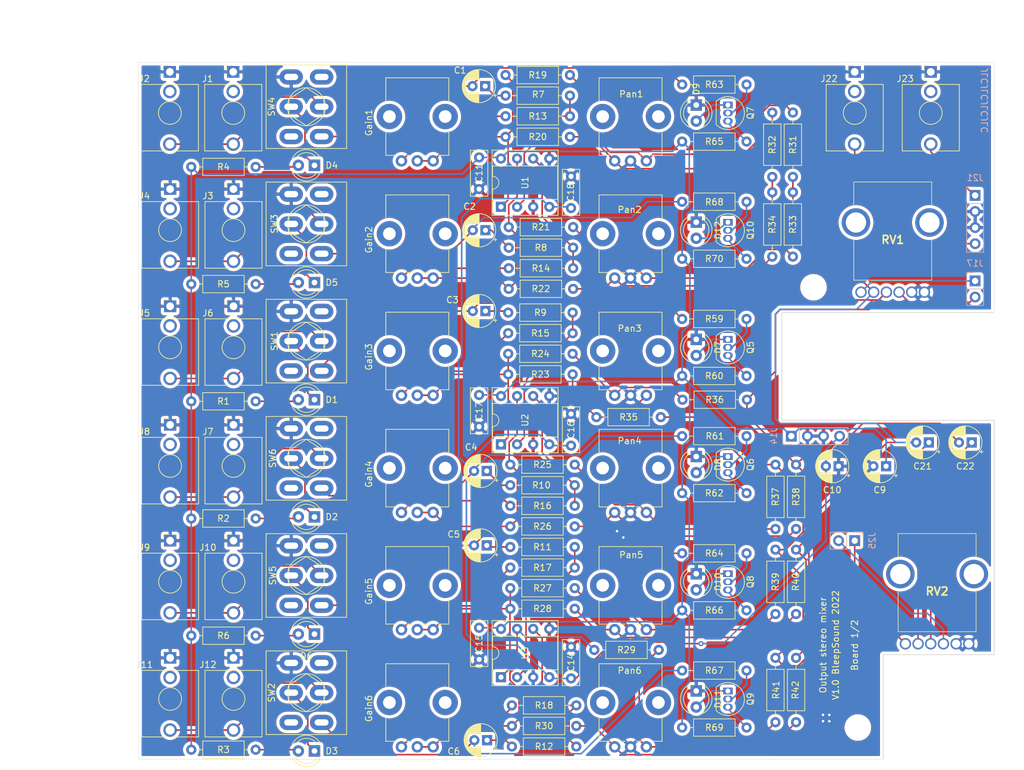
<source format=kicad_pcb>
(kicad_pcb (version 20211014) (generator pcbnew)
  (layers (0 "F.Cu" signal) (31 "B.Cu" signal) (34 "B.Paste" user) (35 "F.Paste" user) (36 "B.SilkS" user "B.Silkscreen") (37 "F.SilkS" user "F.Silkscreen") (38 "B.Mask" user) (39 "F.Mask" user) (44 "Edge.Cuts" user))
  (net 0 "")
  (net 1 "Net-(J1-PadT)")
  (net 2 "+12V")
  (net 3 "-12V")
  (net 4 "In1")
  (net 5 "/AmpL")
  (net 7 "In2")
  (net 8 "In3")
  (net 9 "/AmpR")
  (net 10 "In4")
  (net 11 "In5")
  (net 12 "In6")
  (net 14 "Net-(Gain1-Pad1)")
  (net 15 "Net-(Gain1-Pad3)")
  (net 16 "Net-(Gain2-Pad1)")
  (net 17 "Net-(Gain2-Pad3)")
  (net 18 "Net-(Gain3-Pad1)")
  (net 19 "Net-(Gain3-Pad3)")
  (net 20 "Net-(Gain4-Pad1)")
  (net 21 "Net-(Gain4-Pad3)")
  (net 22 "Net-(Gain5-Pad1)")
  (net 24 "Net-(Gain5-Pad3)")
  (net 25 "Net-(Gain6-Pad1)")
  (net 26 "Net-(Gain6-Pad3)")
  (net 27 "L")
  (net 28 "R")
  (net 29 "Net-(J11-PadT)")
  (net 30 "Net-(Pan1-Pad1)")
  (net 31 "Net-(Pan1-Pad3)")
  (net 32 "Net-(Pan2-Pad1)")
  (net 33 "Net-(Pan2-Pad3)")
  (net 34 "Net-(Pan3-Pad1)")
  (net 35 "Net-(Pan3-Pad3)")
  (net 36 "Net-(Pan4-Pad1)")
  (net 37 "Net-(Pan4-Pad3)")
  (net 38 "Net-(Pan5-Pad1)")
  (net 39 "Net-(Pan5-Pad3)")
  (net 40 "Net-(Pan6-Pad1)")
  (net 41 "Net-(Pan6-Pad3)")
  (net 42 "Net-(D1-Pad1)")
  (net 43 "Net-(D2-Pad1)")
  (net 44 "Net-(D3-Pad1)")
  (net 45 "Net-(D4-Pad1)")
  (net 46 "Net-(D5-Pad1)")
  (net 47 "Net-(D6-Pad1)")
  (net 48 "Net-(D7-Pad2)")
  (net 49 "/OutL")
  (net 50 "Net-(C1-Pad1)")
  (net 52 "Net-(C2-Pad1)")
  (net 53 "Net-(C3-Pad1)")
  (net 54 "Net-(C4-Pad1)")
  (net 55 "/OutR")
  (net 56 "Net-(D8-Pad2)")
  (net 57 "Net-(D9-Pad2)")
  (net 58 "Net-(D10-Pad2)")
  (net 59 "Net-(D1-Pad2)")
  (net 60 "Net-(D2-Pad2)")
  (net 61 "Net-(D3-Pad2)")
  (net 62 "Net-(D4-Pad2)")
  (net 63 "Net-(D5-Pad2)")
  (net 64 "Net-(D6-Pad2)")
  (net 65 "Net-(C5-Pad1)")
  (net 66 "Net-(Q5-Pad2)")
  (net 67 "Net-(Q5-Pad3)")
  (net 68 "Net-(Q7-Pad2)")
  (net 69 "Net-(Q7-Pad3)")
  (net 70 "Net-(Q8-Pad2)")
  (net 71 "Net-(Q8-Pad3)")
  (net 72 "Net-(Q9-Pad2)")
  (net 73 "Net-(Q9-Pad3)")
  (net 74 "Net-(Q10-Pad2)")
  (net 75 "Net-(Q10-Pad3)")
  (net 77 "/Headphones Amp/HeadAmpL")
  (net 78 "/Headphones Amp/HeadAmpR")
  (net 79 "Net-(D11-Pad2)")
  (net 80 "Net-(D12-Pad2)")
  (net 81 "Net-(C6-Pad1)")
  (net 82 "Net-(C21-Pad1)")
  (net 83 "Net-(C22-Pad1)")
  (net 88 "Net-(J3-PadT)")
  (net 90 "Net-(J5-PadT)")
  (net 91 "Net-(J7-PadT)")
  (net 93 "Net-(J10-PadT)")
  (net 96 "Net-(R11-Pad1)")
  (net 110 "GND")
  (net 111 "Net-(Q6-Pad2)")
  (net 112 "Net-(Q6-Pad3)")
  (net 113 "Net-(R13-Pad2)")
  (net 114 "Net-(R14-Pad2)")
  (net 115 "Net-(R15-Pad2)")
  (net 116 "Net-(R10-Pad1)")
  (net 117 "Net-(R12-Pad1)")
  (footprint "Synth:Pot-bourns-alpha" (layer "F.Cu") (at 95.1 48.85 90)
    (fp_text reference "Gain1")
    (fp_text value "500k")
  )
  (footprint "Capacitor_THT:C_Disc_D7.0mm_W2.5mm_P5.00mm" (layer "F.Cu") (at 116.85 125.55 -90)
    (fp_text reference "C14")
    (fp_text value "100nF")
  )
  (footprint "Resistor_THT:R_Axial_DIN0207_L6.3mm_D2.5mm_P10.16mm_Horizontal" (layer "F.Cu") (at 117.68 141.3 180)
    (fp_text reference "R12")
    (fp_text value "100k")
  )
  (footprint "Resistor_THT:R_Axial_DIN0207_L6.3mm_D2.5mm_P10.16mm_Horizontal" (layer "F.Cu") (at 151.85 41.22 -90)
    (fp_text reference "R31")
    (fp_text value "47k")
  )
  (footprint "Resistor_THT:R_Axial_DIN0207_L6.3mm_D2.5mm_P10.16mm_Horizontal" (layer "F.Cu") (at 148.6 53.8 -90)
    (fp_text reference "R34")
    (fp_text value "47k")
  )
  (footprint "Capacitor_THT:C_Disc_D7.0mm_W2.5mm_P5.00mm" (layer "F.Cu") (at 102.35 48.3 -90)
    (fp_text reference "C11")
    (fp_text value "100nF")
  )
  (footprint "Capacitor_THT:CP_Radial_D5.0mm_P2.00mm" (layer "F.Cu") (at 103.555112 97.8 180)
    (fp_text reference "C4")
    (fp_text value ".1µF")
  )
  (footprint "Synth:Thonkiconn" (layer "F.Cu") (at 53.6 108.8)
    (fp_text reference "J9")
    (fp_text value "In")
  )
  (footprint "Capacitor_THT:CP_Radial_D5.0mm_P2.00mm" (layer "F.Cu") (at 166.555113 97.05 180)
    (fp_text reference "C9")
    (fp_text value "10µ")
  )
  (footprint "Synth:SW_DPDT_Toggle" (layer "F.Cu") (at 75.1 77.3 90)
    (fp_text reference "SW1")
    (fp_text value "Mute")
  )
  (footprint "Capacitor_THT:CP_Radial_D5.0mm_P2.00mm" (layer "F.Cu") (at 103.6 140.3 180)
    (fp_text reference "C6")
    (fp_text value ".1µF")
  )
  (footprint "LED_THT:LED_D4.0mm" (layer "F.Cu") (at 136.6 58.525 -90)
    (fp_text reference "D12")
    (fp_text value "Signal")
  )
  (footprint "Resistor_THT:R_Axial_DIN0207_L6.3mm_D2.5mm_P10.16mm_Horizontal" (layer "F.Cu") (at 106.94 82.55)
    (fp_text reference "R23")
    (fp_text value "2k2")
  )
  (footprint "Resistor_THT:R_Axial_DIN0207_L6.3mm_D2.5mm_P10.16mm_Horizontal" (layer "F.Cu") (at 134.38 138.3)
    (fp_text reference "R69")
    (fp_text value "1k")
  )
  (footprint "Resistor_THT:R_Axial_DIN0207_L6.3mm_D2.5mm_P10.16mm_Horizontal" (layer "F.Cu") (at 134.38 64.3)
    (fp_text reference "R70")
    (fp_text value "1k")
  )
  (footprint "Synth:Pot-bourns-alpha" (layer "F.Cu") (at 128.74 104.35 90)
    (fp_text reference "Pan4")
    (fp_text value "50k")
  )
  (footprint "Synth:PTV1124420AA503" (layer "F.Cu") (at 164.6 69.575)
    (fp_text reference "RV1")
    (fp_text value "50k" hide)
  )
  (footprint "Capacitor_THT:CP_Radial_D5.0mm_P2.00mm" (layer "F.Cu") (at 159.055112 97.05 180)
    (fp_text reference "C10")
    (fp_text value "10µ")
  )
  (footprint "Resistor_THT:R_Axial_DIN0207_L6.3mm_D2.5mm_P10.16mm_Horizontal" (layer "F.Cu") (at 117.1 72.8 180)
    (fp_text reference "R9")
    (fp_text value "100k")
  )
  (footprint "Synth:Pot-bourns-alpha" (layer "F.Cu") (at 95.1 122.85 90)
    (fp_text reference "Gain5")
    (fp_text value "500k")
  )
  (footprint "Resistor_THT:R_Axial_DIN0207_L6.3mm_D2.5mm_P10.16mm_Horizontal" (layer "F.Cu") (at 117.43 109.8 180)
    (fp_text reference "R11")
    (fp_text value "100k")
  )
  (footprint "Capacitor_THT:CP_Radial_D5.0mm_P2.00mm" (layer "F.Cu") (at 103.555112 109.55 180)
    (fp_text reference "C5")
    (fp_text value ".1µF")
  )
  (footprint "Capacitor_THT:C_Disc_D7.0mm_W2.5mm_P5.00mm" (layer "F.Cu") (at 116.85 51.3 -90)
    (fp_text reference "C18")
    (fp_text value "100nF")
  )
  (footprint "Synth:Pot-bourns-alpha" (layer "F.Cu") (at 95.1 67.35 90)
    (fp_text reference "Gain2")
    (fp_text value "500k")
  )
  (footprint "Synth:Pot-bourns-alpha" (layer "F.Cu") (at 128.74 85.85 90)
    (fp_text reference "Pan3")
    (fp_text value "50k")
  )
  (footprint "Resistor_THT:R_Axial_DIN0207_L6.3mm_D2.5mm_P10.16mm_Horizontal" (layer "F.Cu") (at 117.68 138.05 180)
    (fp_text reference "R30")
    (fp_text value "2k2")
  )
  (footprint "MountingHole:MountingHole_3.2mm_M3" (layer "F.Cu") (at 162.1 138.3)
    (fp_text reference "H5" hide)
    (fp_text value "SpacerHoles")
  )
  (footprint "Resistor_THT:R_Axial_DIN0207_L6.3mm_D2.5mm_P10.16mm_Horizontal" (layer "F.Cu") (at 107.02 59.3)
    (fp_text reference "R21")
    (fp_text value "2k2")
  )
  (footprint "Synth:Thonkiconn" (layer "F.Cu") (at 63.6 53.3)
    (fp_text reference "J3")
    (fp_text value "In")
  )
  (footprint "Resistor_THT:R_Axial_DIN0207_L6.3mm_D2.5mm_P10.16mm_Horizontal" (layer "F.Cu") (at 134.38 129.3)
    (fp_text reference "R67")
    (fp_text value "100k")
  )
  (footprint "Synth:Thonkiconn" (layer "F.Cu") (at 63.6 108.8)
    (fp_text reference "J10")
    (fp_text value "In")
  )
  (footprint "Synth:Thonkiconn" (layer "F.Cu") (at 53.56 34.8)
    (fp_text reference "J2")
    (fp_text value "In")
  )
  (footprint "Capacitor_THT:CP_Radial_D5.0mm_P2.00mm" (layer "F.Cu") (at 103.35 59.8 180)
    (fp_text reference "C2")
    (fp_text value ".1µF")
  )
  (footprint "Synth:SW_DPDT_Toggle" (layer "F.Cu") (at 75.1 114.3 90)
    (fp_text reference "SW5")
    (fp_text value "Mute")
  )
  (footprint "Synth:Thonkiconn" (layer "F.Cu") (at 53.6 127.3)
    (fp_text reference "J11")
    (fp_text value "In")
  )
  (footprint "Resistor_THT:R_Axial_DIN0207_L6.3mm_D2.5mm_P10.16mm_Horizontal" (layer "F.Cu") (at 152.35 127.3 -90)
    (fp_text reference "R42")
    (fp_text value "47k")
  )
  (footprint "Package_TO_SOT_THT:TO-92_Inline" (layer "F.Cu") (at 141.6 40.03 -90)
    (fp_text reference "Q7")
    (fp_text value "2N3904")
  )
  (footprint "Package_TO_SOT_THT:TO-92_Inline" (layer "F.Cu") (at 141.6 95.53 -90)
    (fp_text reference "Q6")
    (fp_text value "2N3904")
  )
  (footprint "Resistor_THT:R_Axial_DIN0207_L6.3mm_D2.5mm_P10.16mm_Horizontal" (layer "F.Cu") (at 134.38 45.8)
    (fp_text reference "R65")
    (fp_text value "1k")
  )
  (footprint "Synth:Thonkiconn" (layer "F.Cu") (at 63.6 71.8)
    (fp_text reference "J6")
    (fp_text value "In")
  )
  (footprint "Resistor_THT:R_Axial_DIN0207_L6.3mm_D2.5mm_P10.16mm_Horizontal" (layer "F.Cu") (at 151.85 63.96 90)
    (fp_text reference "R33")
    (fp_text value "47k")
  )
  (footprint "LED_THT:LED_D4.0mm" (layer "F.Cu") (at 136.6 132.525 -90)
    (fp_text reference "D11")
    (fp_text value "Signal")
  )
  (footprint "Resistor_THT:R_Axial_DIN0207_L6.3mm_D2.5mm_P10.16mm_Horizontal" (layer "F.Cu") (at 134.38 119.8)
    (fp_text reference "R66")
    (fp_text value "1k")
  )
  (footprint "Synth:SW_DPDT_Toggle" (layer "F.Cu") (at 75.1 40.3 90)
    (fp_text reference "SW4")
    (fp_text value "Mute")
  )
  (footprint "Resistor_THT:R_Axial_DIN0207_L6.3mm_D2.5mm_P10.16mm_Horizontal" (layer "F.Cu") (at 134.38 110.8)
    (fp_text reference "R64")
    (fp_text value "100k")
  )
  (footprint "LED_THT:LED_D4.0mm" (layer "F.Cu") (at 136.6 114.025 -90)
    (fp_text reference "D10")
    (fp_text value "Signal")
  )
  (footprint "Resistor_THT:R_Axial_DIN0207_L6.3mm_D2.5mm_P10.16mm_Horizontal" (layer "F.Cu") (at 148.6 51.38 90)
    (fp_text reference "R32")
    (fp_text value "47k")
  )
  (footprint "Resistor_THT:R_Axial_DIN0207_L6.3mm_D2.5mm_P10.16mm_Horizontal" (layer "F.Cu") (at 134.38 82.8)
    (fp_text reference "R60")
    (fp_text value "1k")
  )
  (footprint "Synth:Thonkiconn" (layer "F.Cu") (at 53.6 53.3)
    (fp_text reference "J4")
    (fp_text value "In")
  )
  (footprint "Package_DIP:DIP-8_W7.62mm_Socket" (layer "F.Cu") (at 105.8 130.35 90)
    (fp_text reference "U3")
    (fp_text value "TL072")
  )
  (footprint "Capacitor_THT:CP_Radial_D5.0mm_P2.00mm" (layer "F.Cu") (at 180.055113 93.3 180)
    (fp_text reference "C22")
    (fp_text value "1µF")
  )
  (footprint "Synth:Pot-bourns-alpha" (layer "F.Cu") (at 95.1 85.85 90)
    (fp_text reference "Gain3")
    (fp_text value "500k")
  )
  (footprint "Synth:Thonkiconn" (layer "F.Cu") (at 53.6 90.52)
    (fp_text reference "J8")
    (fp_text value "In")
  )
  (footprint "Resistor_THT:R_Axial_DIN0207_L6.3mm_D2.5mm_P10.16mm_Horizontal" (layer "F.Cu") (at 134.38 55.3)
    (fp_text reference "R68")
    (fp_text value "100k")
  )
  (footprint "Resistor_THT:R_Axial_DIN0207_L6.3mm_D2.5mm_P10.16mm_Horizontal" (layer "F.Cu") (at 116.68 38.55 180)
    (fp_text reference "R7")
    (fp_text value "100k")
  )
  (footprint "Resistor_THT:R_Axial_DIN0207_L6.3mm_D2.5mm_P10.16mm_Horizontal" (layer "F.Cu") (at 56.94 68.3)
    (fp_text reference "R5")
    (fp_text value "2.2k")
  )
  (footprint "Synth:Thonkiconn" (layer "F.Cu") (at 173.6 34.8)
    (fp_text reference "J23")
    (fp_text value "OutR")
  )
  (footprint "Synth:PTV1124420AA503" (layer "F.Cu") (at 171.6 125.075)
    (fp_text reference "RV2")
    (fp_text value "50k" hide)
  )
  (footprint "Synth:Pot-bourns-alpha" (layer "F.Cu") (at 95.1 104.35 90)
    (fp_text reference "Gain4")
    (fp_text value "500k")
  )
  (footprint "Resistor_THT:R_Axial_DIN0207_L6.3mm_D2.5mm_P10.16mm_Horizontal" (layer "F.Cu") (at 134.38 73.8)
    (fp_text reference "R59")
    (fp_text value "100k")
  )
  (footprint "Resistor_THT:R_Axial_DIN0207_L6.3mm_D2.5mm_P10.16mm_Horizontal" (layer "F.Cu") (at 144.6 86.55 180)
    (fp_text reference "R36")
    (fp_text value "47k")
  )
  (footprint "Synth:Thonkiconn" (layer "F.Cu") (at 53.6 71.8)
    (fp_text reference "J5")
    (fp_text value "In")
  )
  (footprint "Resistor_THT:R_Axial_DIN0207_L6.3mm_D2.5mm_P10.16mm_Horizontal" (layer "F.Cu") (at 120.85 89.3)
    (fp_text reference "R35")
    (fp_text value "47k")
  )
  (footprint "Capacitor_THT:C_Disc_D7.0mm_W2.5mm_P5.00mm" (layer "F.Cu") (at 102.35 122.55 -90)
    (fp_text reference "C15")
    (fp_text value "100nF")
  )
  (footprint "Synth:Thonkiconn" (layer "F.Cu") (at 63.56 34.8)
    (fp_text reference "J1")
    (fp_text value "In")
  )
  (footprint "Resistor_THT:R_Axial_DIN0207_L6.3mm_D2.5mm_P10.16mm_Horizontal" (layer "F.Cu") (at 152.35 96.8 -90)
    (fp_text reference "R38")
    (fp_text value "47k")
  )
  (footprint "Resistor_THT:R_Axial_DIN0207_L6.3mm_D2.5mm_P10.16mm_Horizontal" (layer "F.Cu") (at 107.27 113.05)
    (fp_text reference "R17")
    (fp_text value "10k")
  )
  (footprint "Resistor_THT:R_Axial_DIN0207_L6.3mm_D2.5mm_P10.16mm_Horizontal" (layer "F.Cu") (at 117.43 119.55 180)
    (fp_text reference "R28")
    (fp_text value "2k2")
  )
  (footprint "Resistor_THT:R_Axial_DIN0207_L6.3mm_D2.5mm_P10.16mm_Horizontal" (layer "F.Cu") (at 107.02 65.8)
    (fp_text reference "R14")
    (fp_text value "10k")
  )
  (footprint "Synth:Pot-bourns-alpha" (layer "F.Cu") (at 128.74 122.85 90)
    (fp_text reference "Pan5")
    (fp_text value "50k")
  )
  (footprint "Resistor_THT:R_Axial_DIN0207_L6.3mm_D2.5mm_P10.16mm_Horizontal" (layer "F.Cu") (at 152.35 110.22 -90)
    (fp_text reference "R40")
    (fp_text value "47k")
  )
  (footprint "Capacitor_THT:CP_Radial_D5.0mm_P2.00mm" (layer "F.Cu") (at 103.305113 37.05 180)
    (fp_text reference "C1")
    (fp_text value ".1µF")
  )
  (footprint "Resistor_THT:R_Axial_DIN0207_L6.3mm_D2.5mm_P10.16mm_Horizontal" (layer "F.Cu") (at 106.94 76.05)
    (fp_text reference "R15")
    (fp_text value "10k")
  )
  (footprint "Capacitor_THT:CP_Radial_D5.0mm_P2.00mm" (layer "F.Cu") (at 103.35 72.55 180)
    (fp_text reference "C3")
    (fp_text value ".1µF")
  )
  (footprint "LED_THT:LED_D4.0mm" (layer "F.Cu") (at 76.375 49.55 180)
    (fp_text reference "D4")
    (fp_text value "LED-mute")
  )
  (footprint "Resistor_THT:R_Axial_DIN0207_L6.3mm_D2.5mm_P10.16mm_Horizontal" (layer "F.Cu") (at 107.27 116.3)
    (fp_text reference "R27")
    (fp_text value "2k2")
  )
  (footprint "Capacitor_THT:CP_Radial_D5.0mm_P2.00mm" (layer "F.Cu") (at 173.305113 93.3 180)
    (fp_text reference "C21")
    (fp_text value "1µF")
  )
  (footprint "Resistor_THT:R_Axial_DIN0207_L6.3mm_D2.5mm_P10.16mm_Horizontal" (layer "F.Cu") (at 149.1 120.38 90)
    (fp_text reference "R39")
    (fp_text value "47k")
  )
  (footprint "Resistor_THT:R_Axial_DIN0207_L6.3mm_D2.5mm_P10.16mm_Horizontal" (layer "F.Cu") (at 120.52 126.05)
    (fp_text reference "R29")
    (fp_text value "2k2")
  )
  (footprint "Resistor_THT:R_Axial_DIN0207_L6.3mm_D2.5mm_P10.16mm_Horizontal" (layer "F.Cu") (at 107.52 134.8)
    (fp_text reference "R18")
    (fp_text value "10k")
  )
  (footprint "Synth:Thonkiconn" (layer "F.Cu") (at 63.6 90.52)
    (fp_text reference "J7")
    (fp_text value "In")
  )
  (footprint "Resistor_THT:R_Axial_DIN0207_L6.3mm_D2.5mm_P10.16mm_Horizontal" (layer "F.Cu") (at 107.27 103.3)
    (fp_text reference "R16")
    (fp_text value "10k")
  )
  (footprint "Synth:Pot-bourns-alpha" (layer "F.Cu") (at 128.74 67.35 90)
    (fp_text reference "Pan2")
    (fp_text value "50k")
  )
  (footprint "Synth:Pot-bourns-alpha" (layer "F.Cu") (at 95.1 141.35 90)
    (fp_text reference "Gain6")
    (fp_text value "500k")
  )
  (footprint "LED_THT:LED_D4.0mm" (layer "F.Cu") (at 76.375 123.55 180)
    (fp_text reference "D6")
    (fp_text value "LED-mute")
  )
  (footprint "Resistor_THT:R_Axial_DIN0207_L6.3mm_D2.5mm_P10.16mm_Horizontal" (layer "F.Cu") (at 117.43 106.55 180)
    (fp_text reference "R26")
    (fp_text value "2k2")
  )
  (footprint "Resistor_THT:R_Axial_DIN0207_L6.3mm_D2.5mm_P10.16mm_Horizontal" (layer "F.Cu") (at 56.94 105.3)
    (fp_text reference "R2")
    (fp_text value "2.2k")
  )
  (footprint "Resistor_THT:R_Axial_DIN0207_L6.3mm_D2.5mm_P10.16mm_Horizontal" (layer "F.Cu") (at 117.1 79.3 180)
    (fp_text reference "R24")
    (fp_text value "2k2")
  )
  (footprint "Capacitor_THT:C_Disc_D7.0mm_W2.5mm_P5.00mm" (layer "F.Cu") (at 102.35 85.8 -90)
    (fp_text reference "C17")
    (fp_text value "100nF")
  )
  (footprint "MountingHole:MountingHole_3.2mm_M3" (layer "F.Cu") (at 155.1 68.8)
    (fp_text reference "H7" hide)
    (fp_text value "SpacerHoles")
  )
  (footprint "LED_THT:LED_D4.0mm" (layer "F.Cu") (at 76.375 105.05 180)
    (fp_text reference "D2")
    (fp_text value "LED-mute")
  )
  (footprint "Resistor_THT:R_Axial_DIN0207_L6.3mm_D2.5mm_P10.16mm_Horizontal" (layer "F.Cu") (at 117.43 100.05 180)
    (fp_text reference "R10")
    (fp_text value "100k")
  )
  (footprint "LED_THT:LED_D4.0mm" (layer "F.Cu") (at 76.375 86.55 180)
    (fp_text reference "D1")
    (fp_text value "LED-mute")
  )
  (footprint "Resistor_THT:R_Axial_DIN0207_L6.3mm_D2.5mm_P10.16mm_Horizontal" (layer "F.Cu") (at 56.94 123.8)
    (fp_text reference "R6")
    (fp_text value "2.2k")
  )
  (footprint "Package_TO_SOT_THT:TO-92_Inline" (layer "F.Cu") (at 141.6 132.53 -90)
    (fp_text reference "Q9")
    (fp_text value "2N3904")
  )
  (footprint "Resistor_THT:R_Axial_DIN0207_L6.3mm_D2.5mm_P10.16mm_Horizontal" (layer "F.Cu") (at 106.52 35.3)
    (fp_text reference "R19")
    (fp_text value "2k2")
  )
  (footprint "Resistor_THT:R_Axial_DIN0207_L6.3mm_D2.5mm_P10.16mm_Horizontal" (layer "F.Cu") (at 106.52 41.8)
    (fp_text reference "R13")
    (fp_text value "10k")
  )
  (footprint "LED_THT:LED_D4.0mm" (layer "F.Cu") (at 136.6 77.025 -90)
    (fp_text reference "D7")
    (fp_text value "Signal")
  )
  (footprint "Synth:Thonkiconn" (layer "F.Cu") (at 63.6 127.3)
    (fp_text reference "J12")
    (fp_text value "In")
  )
  (footprint "Synth:SW_DPDT_Toggle" (layer "F.Cu") (at 75.1 95.8 90)
    (fp_text reference "SW6")
    (fp_text value "Mute")
  )
  (footprint "Package_DIP:DIP-8_W7.62mm_Socket" (layer "F.Cu") (at 105.8 93.6 90)
    (fp_text reference "U2")
    (fp_text value "TL072")
  )
  (footprint "LED_THT:LED_D4.0mm" (layer "F.Cu") (at 136.6 40.03 -90)
    (fp_text reference "D9")
    (fp_text value "Signal")
  )
  (footprint "Synth:SW_DPDT_Toggle" (layer "F.Cu") (at 75.1 58.8 90)
    (fp_text reference "SW3")
    (fp_text value "Mute")
  )
  (footprint "Resistor_THT:R_Axial_DIN0207_L6.3mm_D2.5mm_P10.16mm_Horizontal" (layer "F.Cu") (at 56.94 141.8)
    (fp_text reference "R3")
    (fp_text value "2.2k")
  )
  (footprint "Resistor_THT:R_Axial_DIN0207_L6.3mm_D2.5mm_P10.16mm_Horizontal" (layer "F.Cu") (at 134.38 101.3)
    (fp_text reference "R62")
    (fp_text value "1k")
  )
  (footprint "Resistor_THT:R_Axial_DIN0207_L6.3mm_D2.5mm_P10.16mm_Horizontal" (layer "F.Cu") (at 117.18 62.55 180)
    (fp_text reference "R8")
    (fp_text value "100k")
  )
  (footprint "Synth:SW_DPDT_Toggle" (layer "F.Cu") (at 75.1 132.8 90)
    (fp_text reference "SW2")
    (fp_text value "Mute")
  )
  (footprint "Resistor_THT:R_Axial_DIN0207_L6.3mm_D2.5mm_P10.16mm_Horizontal" (layer "F.Cu") (at 117.18 69.05 180)
    (fp_text reference "R22")
    (fp_text value "2k2")
  )
  (footprint "Resistor_THT:R_Axial_DIN0207_L6.3mm_D2.5mm_P10.16mm_Horizontal" (layer "F.Cu") (at 56.94 49.8)
    (fp_text reference "R4")
    (fp_text value "2.2k")
  )
  (footprint "Resistor_THT:R_Axial_DIN0207_L6.3mm_D2.5mm_P10.16mm_Horizontal" (layer "F.Cu") (at 134.38 36.8)
    (fp_text reference "R63")
    (fp_text value "100k")
  )
  (footprint "Resistor_THT:R_Axial_DIN0207_L6.3mm_D2.5mm_P10.16mm_Horizontal" (layer "F.Cu") (at 149.1 106.96 90)
    (fp_text reference "R37")
    (fp_text value "47k")
  )
  (footprint "Package_TO_SOT_THT:TO-92_Inline" (layer "F.Cu") (at 141.6 77.03 -90)
    (fp_text reference "Q5")
    (fp_text value "2N3904")
  )
  (footprint "Synth:Pot-bourns-alpha" (layer "F.Cu") (at 128.74 48.85 90)
    (fp_text reference "Pan1")
    (fp_text value "50k")
  )
  (footprint "LED_THT:LED_D4.0mm" (layer "F.Cu") (at 76.375 142 180)
    (fp_text reference "D3")
    (fp_text value "LED-mute")
  )
  (footprint "Capacitor_THT:C_Disc_D7.0mm_W2.5mm_P5.00mm" (layer "F.Cu") (at 116.85 88.8 -90)
    (fp_text reference "C16")
    (fp_text value "100nF")
  )
  (footprint "Resistor_THT:R_Axial_DIN0207_L6.3mm_D2.5mm_P10.16mm_Horizontal" (layer "F.Cu") (at 116.68 45.05 180)
    (fp_text reference "R20")
    (fp_text value "2k2")
  )
  (footprint "Resistor_THT:R_Axial_DIN0207_L6.3mm_D2.5mm_P10.16mm_Horizontal" (layer "F.Cu") (at 56.94 86.8)
    (fp_text reference "R1")
    (fp_text value "2.2k")
  )
  (footprint "LED_THT:LED_D4.0mm" (layer "F.Cu") (at 76.375 68.05 180)
    (fp_text reference "D5")
    (fp_text value "LED-mute")
  )
  (footprint "Synth:Thonkiconn" (layer "F.Cu") (at 161.6 34.8)
    (fp_text reference "J22")
    (fp_text value "OutL")
  )
  (footprint "Synth:Pot-bourns-alpha" (layer "F.Cu") (at 128.74 141.35 90)
    (fp_text reference "Pan6")
    (fp_text value "50k")
  )
  (footprint "Resistor_THT:R_Axial_DIN0207_L6.3mm_D2.5mm_P10.16mm_Horizontal" (layer "F.Cu") (at 107.27 96.8)
    (fp_text reference "R25")
    (fp_text value "2k2")
  )
  (footprint "Resistor_THT:R_Axial_DIN0207_L6.3mm_D2.5mm_P10.16mm_Horizontal" (layer "F.Cu") (at 149.1 137.46 90)
    (fp_text reference "R41")
    (fp_text value "47k")
  )
  (footprint "Resistor_THT:R_Axial_DIN0207_L6.3mm_D2.5mm_P10.16mm_Horizontal" (layer "F.Cu") (at 134.38 92.3)
    (fp_text reference "R61")
    (fp_text value "100k")
  )
  (footprint "Package_TO_SOT_THT:TO-92_Inline" (layer "F.Cu") (at 141.6 58.53 -90)
    (fp_text reference "Q10")
    (fp_text value "2N3904")
  )
  (footprint "Package_TO_SOT_THT:TO-92_Inline" (layer "F.Cu") (at 141.6 114.03 -90)
    (fp_text reference "Q8")
    (fp_text value "2N3904")
  )
  (footprint "Package_DIP:DIP-8_W7.62mm_Socket" (layer "F.Cu") (at 105.8 56.1 90)
    (fp_text reference "U1")
    (fp_text value "TL072")
  )
  (footprint "LED_THT:LED_D4.0mm" (layer "F.Cu") (at 136.6 95.525 -90)
    (fp_text reference "D8")
    (fp_text value "Signal")
  )
  (footprint "Connector_PinSocket_2.54mm:PinSocket_1x02_P2.54mm_Vertical" (layer "B.Cu") (at 180.6 67.8 180)
    (fp_text reference "J17")
    (fp_text value "Conn_01x02_Female")
  )
  (footprint "Connector_PinSocket_2.54mm:PinSocket_1x04_P2.54mm_Vertical" (layer "B.Cu") (at 180.6 54.3 180)
    (fp_text reference "J21")
    (fp_text value "Jack 3.5 Out")
  )
  (footprint "Connector_PinSocket_2.54mm:PinSocket_1x04_P2.54mm_Vertical" (layer "B.Cu") (at 151.6 92.3 -90)
    (fp_text reference "J14")
    (fp_text value "Conn_01x04_Female")
  )
  (footprint "Connector_PinSocket_2.54mm:PinSocket_1x02_P2.54mm_Vertical" (layer "B.Cu") (at 161.6 108.8 90)
    (fp_text reference "J25")
    (fp_text value "Conn_01x02_Female")
  )
  (gr_line (start 183.6 33.3) (end 183.6 72.8) (layer "Edge.Cuts") (width 0.05))
  (gr_line (start 48.6 33.3) (end 48.6 143.3) (layer "Edge.Cuts") (width 0.05))
  (gr_line (start 48.6 33.3) (end 183.6 33.3) (layer "Edge.Cuts") (width 0.05))
  (gr_line (start 150.1 89.8) (end 150.1 72.8) (layer "Edge.Cuts") (width 0.1))
  (gr_line (start 183.6 89.8) (end 150.1 89.8) (layer "Edge.Cuts") (width 0.1))
  (gr_line (start 183.6 89.8) (end 183.6 126.8) (layer "Edge.Cuts") (width 0.1))
  (gr_line (start 150.1 72.8) (end 183.6 72.8) (layer "Edge.Cuts") (width 0.1))
  (gr_line (start 48.6 143.3) (end 166.1 143.3) (layer "Edge.Cuts") (width 0.05))
  (gr_line (start 183.6 126.8) (end 166.1 126.8) (layer "Edge.Cuts") (width 0.1))
  (gr_line (start 166.1 126.8) (end 166.1 143.3) (layer "Edge.Cuts") (width 0.1))
  (gr_text "JLCJLCJLCJLC\n" (at 182.1 39.3 90) (layer "B.SilkS") (effects (font (size 1 1)) (justify mirror)))
  (gr_text "Board 1/2" (at 161.6 125.3 90) (layer "F.SilkS") (effects (font (size 1 1))))
  (gr_text "Output stereo mixer" (at 156.6 125.3 90) (layer "F.SilkS") (effects (font (size 1 1))))
  (gr_text "V1.0 BleepSound 2022\n" (at 158.6 125.3 90) (layer "F.SilkS") (effects (font (size 1 1))))
  (segment (start 70.98452 38.77548) (end 75.97548 38.77548) (width 0.25) (layer "F.Cu") (net 1))
  (segment (start 53.56 46.2) (end 63.56 46.2) (width 0.25) (layer "F.Cu") (net 1))
  (segment (start 63.56 46.2) (end 70.98452 38.77548) (width 0.25) (layer "F.Cu") (net 1))
  (segment (start 75.97548 38.77548) (end 77.5 40.3) (width 0.25) (layer "F.Cu") (net 1))
  (segment (start 135.504511 120.924511) (end 135.504511 131.145489) (width 0.25) (layer "B.Cu") (net 2))
  (segment (start 105.8 48.48) (end 106.924511 47.355489) (width 0.25) (layer "B.Cu") (net 2))
  (segment (start 135.6 74.6703) (end 135.6 65.52) (width 0.25) (layer "B.Cu") (net 2))
  (segment (start 134.38 93.8903) (end 135.564511 92.705789) (width 0.25) (layer "B.Cu") (net 2))
  (segment (start 102.35 48.3) (end 105.62 48.3) (width 0.25) (layer "B.Cu") (net 2))
  (segment (start 106.924511 121.605489) (end 132.574511 121.605489) (width 0.25) (layer "B.Cu") (net 2))
  (segment (start 135.504511 55.765789) (end 135.504511 46.924511) (width 0.25) (layer "B.Cu") (net 2))
  (segment (start 134.38 101.3) (end 134.38 93.8903) (width 0.25) (layer "B.Cu") (net 2))
  (segment (start 135.504511 131.145489) (end 134.38 132.27) (width 0.25) (layer "B.Cu") (net 2))
  (segment (start 56.94 141.8) (end 56.94 123.8) (width 0.25) (layer "B.Cu") (net 2))
  (segment (start 134.38 82.8) (end 133.505489 83.674511) (width 0.25) (layer "B.Cu") (net 2))
  (segment (start 56.94 68.3) (end 56.94 49.8) (width 0.25) (layer "B.Cu") (net 2))
  (segment (start 134.38 75.8903) (end 135.6 74.6703) (width 0.25) (layer "B.Cu") (net 2))
  (segment (start 135.504511 102.424511) (end 134.38 101.3) (width 0.25) (layer "B.Cu") (net 2))
  (segment (start 134.38 132.27) (end 134.38 138.3) (width 0.25) (layer "B.Cu") (net 2))
  (segment (start 142.755489 91.175489) (end 135.564511 83.984511) (width 0.25) (layer "B.Cu") (net 2))
  (segment (start 99.725489 50.924511) (end 58.064511 50.924511) (width 0.25) (layer "B.Cu") (net 2))
  (segment (start 135.564511 83.984511) (end 134.38 82.8) (width 0.25) (layer "B.Cu") (net 2))
  (segment (start 134.38 82.8) (end 134.38 75.8903) (width 0.25) (layer "B.Cu") (net 2))
  (segment (start 56.94 68.3) (end 56.94 86.8) (width 0.25) (layer "B.Cu") (net 2))
  (segment (start 135.504511 46.924511) (end 134.38 45.8) (width 0.25) (layer "B.Cu") (net 2))
  (segment (start 164.786499 91.125489) (end 152.799511 91.125489) (width 0.25) (layer "B.Cu") (net 2))
  (segment (start 166.555113 92.894103) (end 164.786499 91.125489) (width 0.25) (layer "B.Cu") (net 2))
  (segment (start 106.924511 47.355489) (end 132.824511 47.355489) (width 0.25) (layer "B.Cu") (net 2))
  (segment (start 58.064511 50.924511) (end 56.94 49.8) (width 0.25) (layer "B.Cu") (net 2))
  (segment (start 56.94 105.3) (end 56.94 123.8) (width 0.25) (layer "B.Cu") (net 2))
  (segment (start 132.824511 47.355489) (end 134.38 45.8) (width 0.25) (layer "B.Cu") (net 2))
  (segment (start 152.799511 91.125489) (end 151.6 92.325) (width 0.25) (layer "B.Cu") (net 2))
  (segment (start 56.94 86.8) (end 56.94 105.3) (width 0.25) (layer "B.Cu") (net 2))
  (segment (start 134.38 56.8903) (end 135.504511 55.765789) (width 0.25) (layer "B.Cu") (net 2))
  (segment (start 133.505489 83.674511) (end 108.105489 83.674511) (width 0.25) (layer "B.Cu") (net 2))
  (segment (start 134.38 112.3903) (end 135.504511 111.265789) (width 0.25) (layer "B.Cu") (net 2))
  (segment (start 102.35 122.55) (end 105.62 122.55) (width 0.25) (layer "B.Cu") (net 2))
  (segment (start 105.62 122.55) (end 105.8 122.73) (width 0.25) (layer "B.Cu") (net 2))
  (segment (start 134.38 119.8) (end 134.38 112.3903) (width 0.25) (layer "B.Cu") (net 2))
  (segment (start 105.62 48.3) (end 105.8 48.48) (width 0.25) (layer "B.Cu") (net 2))
  (segment (start 151.6 92.325) (end 150.450489 91.175489) (width 0.25) (layer "B.Cu") (net 2))
  (segment (start 150.450489 91.175489) (end 142.755489 91.175489) (width 0.25) (layer "B.Cu") (net 2))
  (segment (start 134.38 64.3) (end 134.38 56.8903) (width 0.25) (layer "B.Cu") (net 2))
  (segment (start 105.62 85.8) (end 105.8 85.98) (width 0.25) (layer "B.Cu") (net 2))
  (segment (start 105.8 122.73) (end 106.924511 121.605489) (width 0.25) (layer "B.Cu") (net 2))
  (segment (start 108.105489 83.674511) (end 105.8 85.98) (width 0.25) (layer "B.Cu") (net 2))
  (segment (start 102.35 85.8) (end 105.62 85.8) (width 0.25) (layer "B.Cu") (net 2))
  (segment (start 134.38 119.8) (end 135.504511 120.924511) (width 0.25) (layer "B.Cu") (net 2))
  (segment (start 166.555113 97.05) (end 166.555113 92.894103) (width 0.25) (layer "B.Cu") (net 2))
  (segment (start 135.6 65.52) (end 134.38 64.3) (width 0.25) (layer "B.Cu") (net 2))
  (segment (start 132.574511 121.605489) (end 134.38 119.8) (width 0.25) (layer "B.Cu") (net 2))
  (segment (start 135.504511 111.265789) (end 135.504511 102.424511) (width 0.25) (layer "B.Cu") (net 2))
  (segment (start 102.35 48.3) (end 99.725489 50.924511) (width 0.25) (layer "B.Cu") (net 2))
  (segment (start 135.564511 92.705789) (end 135.564511 83.984511) (width 0.25) (layer "B.Cu") (net 2))
  (segment (start 132.1 125.05) (end 131.85 124.8) (width 0.25) (layer "F.Cu") (net 3))
  (segment (start 131.85 124.8) (end 123.3603 124.8) (width 0.25) (layer "F.Cu") (net 3))
  (segment (start 123.3603 124.8) (end 117.6103 130.55) (width 0.25) (layer "F.Cu") (net 3))
  (segment (start 137.35 125.05) (end 132.1 125.05) (width 0.25) (layer "F.Cu") (net 3))
  (segment (start 117.6103 130.55) (end 116.85 130.55) (width 0.25) (layer "F.Cu") (net 3))
  (via (at 137.35 125.05) (size 0.8) (drill 0.4) (layers "F.Cu" "B.Cu") (net 3))
  (segment (start 116.65 56.1) (end 116.85 56.3) (width 0.25) (layer "B.Cu") (net 3))
  (segment (start 157.055112 94.464888) (end 157.055112 97.05) (width 0.25) (layer "B.Cu") (net 3))
  (segment (start 113.42 130.35) (end 108.37 125.3) (width 0.25) (layer "B.Cu") (net 3))
  (segment (start 157.055112 97.05) (end 157.055112 108.875188) (width 0.25) (layer "B.Cu") (net 3))
  (segment (start 102.6 54.8) (end 112.12 54.8) (width 0.25) (layer "B.Cu") (net 3))
  (segment (start 102.1 125.3) (end 100.35 123.55) (width 0.25) (layer "B.Cu") (net 3))
  (segment (start 113.62 93.8) (end 113.42 93.6) (width 0.25) (layer "B.Cu") (net 3))
  (segment (start 108.37 125.3) (end 102.1 125.3) (width 0.25) (layer "B.Cu") (net 3))
  (segment (start 113.62 130.55) (end 113.42 130.35) (width 0.25) (layer "B.Cu") (net 3))
  (segment (start 159.22 92.3) (end 157.055112 94.464888) (width 0.25) (layer "B.Cu") (net 3))
  (segment (start 111.87 92.05) (end 113.42 93.6) (width 0.25) (layer "B.Cu") (net 3))
  (segment (start 99.125011 80.274989) (end 99.6 79.8) (width 0.25) (layer "B.Cu") (net 3))
  (segment (start 157.055112 108.875188) (end 140.8803 125.05) (width 0.25) (layer "B.Cu") (net 3))
  (segment (start 99.6 79.8) (end 99.6 57.8) (width 0.25) (layer "B.Cu") (net 3))
  (segment (start 116.85 130.55) (end 113.62 130.55) (width 0.25) (layer "B.Cu") (net 3))
  (segment (start 138.1 125.05) (end 137.35 125.05) (width 0.25) (layer "B.Cu") (net 3))
  (segment (start 116.85 93.8) (end 113.62 93.8) (width 0.25) (layer "B.Cu") (net 3))
  (segment (start 99.125011 95.575989) (end 99.125011 80.274989) (width 0.25) (layer "B.Cu") (net 3))
  (segment (start 105.100978 92.05) (end 111.87 92.05) (width 0.25) (layer "B.Cu") (net 3))
  (segment (start 100.35 96.800978) (end 105.100978 92.05) (width 0.25) (layer "B.Cu") (net 3))
  (segment (start 113.42 56.1) (end 116.65 56.1) (width 0.25) (layer "B.Cu") (net 3))
  (segment (start 112.12 54.8) (end 113.42 56.1) (width 0.25) (layer "B.Cu") (net 3))
  (segment (start 100.35 96.800978) (end 99.125011 95.575989) (width 0.25) (layer "B.Cu") (net 3))
  (segment (start 99.6 57.8) (end 102.6 54.8) (width 0.25) (layer "B.Cu") (net 3))
  (segment (start 100.35 123.55) (end 100.35 96.800978) (width 0.25) (layer "B.Cu") (net 3))
  (segment (start 140.8803 125.05) (end 138.1 125.05) (width 0.25) (layer "B.Cu") (net 3))
  (segment (start 103.930602 34.175489) (end 131.755489 34.175489) (width 0.25) (layer "F.Cu") (net 4))
  (segment (start 88.9 45) (end 89.1 44.8) (width 0.25) (layer "F.Cu") (net 4))
  (segment (start 103.930602 34.175489) (end 101.305113 36.800978) (width 0.25) (layer "F.Cu") (net 4))
  (segment (start 101.305113 36.800978) (end 101.305113 37.05) (width 0.25) (layer "F.Cu") (net 4))
  (segment (start 96.85 37.05) (end 89.1 44.8) (width 0.25) (layer "F.Cu") (net 4))
  (segment (start 77.5 45) (end 88.9 45) (width 0.25) (layer "F.Cu") (net 4))
  (segment (start 101.305113 37.05) (end 96.85 37.05) (width 0.25) (layer "F.Cu") (net 4))
  (segment (start 131.755489 34.175489) (end 134.38 36.8) (width 0.25) (layer "F.Cu") (net 4))
  (segment (start 162.6 69.575) (end 164.375 67.8) (width 0.25) (layer "B.Cu") (net 5))
  (segment (start 164.375 67.8) (end 180.6 67.8) (width 0.25) (layer "B.Cu") (net 5))
  (segment (start 77.5 63.5) (end 80.3 63.5) (width 0.25) (layer "F.Cu") (net 7))
  (segment (start 96.65 64.5) (end 81.3 64.5) (width 0.25) (layer "F.Cu") (net 7))
  (segment (start 80.3 63.5) (end 81.3 64.5) (width 0.25) (layer "F.Cu") (net 7))
  (segment (start 101.35 59.8) (end 96.65 64.5) (width 0.25) (layer "F.Cu") (net 7))
  (segment (start 126.35 57.8) (end 128.85 55.3) (width 0.25) (layer "B.Cu") (net 7))
  (segment (start 128.85 55.3) (end 134.38 55.3) (width 0.25) (layer "B.Cu") (net 7))
  (segment (start 101.35 59.8) (end 101.35 59.550978) (width 0.25) (layer "B.Cu") (net 7))
  (segment (start 103.100978 57.8) (end 126.35 57.8) (width 0.25) (layer "B.Cu") (net 7))
  (segment (start 101.35 59.550978) (end 103.100978 57.8) (width 0.25) (layer "B.Cu") (net 7))
  (segment (start 101.35 72.300978) (end 102.350978 71.3) (width 0.25) (layer "F.Cu") (net 8))
  (segment (start 131.88 71.3) (end 134.38 73.8) (width 0.25) (layer "F.Cu") (net 8))
  (segment (start 86.3 72.55) (end 101.35 72.55) (width 0.25) (layer "F.Cu") (net 8))
  (segment (start 102.350978 71.3) (end 131.88 71.3) (width 0.25) (layer "F.Cu") (net 8))
  (segment (start 77.5 81.35) (end 86.3 72.55) (width 0.25) (layer "F.Cu") (net 8))
  (segment (start 77.5 82) (end 77.5 81.35) (width 0.25) (layer "F.Cu") (net 8))
  (segment (start 101.35 72.55) (end 101.35 72.300978) (width 0.25) (layer "F.Cu") (net 8))
  (segment (start 170.215 71.19) (end 168.6 69.575) (width 0.25) (layer "F.Cu") (net 9))
  (segment (start 180.6 70.34) (end 179.75 71.19) (width 0.25) (layer "F.Cu") (net 9))
  (segment (start 179.75 71.19) (end 170.215 71.19) (width 0.25) (layer "F.Cu") (net 9))
  (segment (start 77.5 100.5) (end 78.7 101.7) (width 0.25) (layer "F.Cu") (net 10))
  (segment (start 78.7 101.7) (end 97.655112 101.7) (width 0.25) (layer "F.Cu") (net 10))
  (segment (start 97.655112 101.7) (end 101.555112 97.8) (width 0.25) (layer "F.Cu") (net 10))
  (segment (start 121.1 92.3) (end 118.1 95.3) (width 0.25) (layer "B.Cu") (net 10))
  (segment (start 134.38 92.3) (end 121.1 92.3) (width 0.25) (layer "B.Cu") (net 10))
  (segment (start 118.1 95.3) (end 103.80609 95.3) (width 0.25) (layer "B.Cu") (net 10))
  (segment (start 103.80609 95.3) (end 101.555112 97.550978) (width 0.25) (layer "B.Cu") (net 10))
  (segment (start 101.555112 97.550978) (end 101.555112 97.8) (width 0.25) (layer "B.Cu") (net 10))
  (segment (start 125.85 110.8) (end 134.38 110.8) (width 0.25) (layer "F.Cu") (net 11))
  (segment (start 89.25 109.55) (end 79.8 119) (width 0.25) (layer "F.Cu") (net 11))
  (segment (start 101.555112 109.470377) (end 102.975489 108.05) (width 0.25) (layer "F.Cu") (net 11))
  (segment (start 123.1 108.05) (end 125.85 110.8) (width 0.25) (layer "F.Cu") (net 11))
  (segment (start 102.975489 108.05) (end 123.1 108.05) (width 0.25) (layer "F.Cu") (net 11))
  (segment (start 101.555112 109.55) (end 101.555112 109.470377) (width 0.25) (layer "F.Cu") (net 11))
  (segment (start 79.8 119) (end 77.5 119) (width 0.25) (layer "F.Cu") (net 11))
  (segment (start 101.555112 109.55) (end 89.25 109.55) (width 0.25) (layer "F.Cu") (net 11))
  (segment (start 77.5 137.6) (end 82.474511 142.574511) (width 0.25) (layer "F.Cu") (net 12))
  (segment (start 101.6 140.3) (end 99.325489 142.574511) (width 0.25) (layer "F.Cu") (net 12))
  (segment (start 77.5 137.5) (end 77.5 137.6) (width 0.25) (layer "F.Cu") (net 12))
  (segment (start 99.325489 142.574511) (end 82.474511 142.574511) (width 0.25) (layer "F.Cu") (net 12))
  (segment (start 134.38 129.3) (end 131.6 129.3) (width 0.25) (layer "B.Cu") (net 12))
  (segment (start 101.6 141.43137) (end 102.593141 142.424511) (width 0.25) (layer "B.Cu") (net 12))
  (segment (start 102.593141 142.424511) (end 118.475489 142.424511) (width 0.25) (layer "B.Cu") (net 12))
  (segment (start 101.6 140.3) (end 101.6 141.43137) (width 0.25) (layer "B.Cu") (net 12))
  (segment (start 131.6 129.3) (end 118.475489 142.424511) (width 0.25) (layer "B.Cu") (net 12))
  (segment (start 106.52 35.3) (end 107.644511 36.424511) (width 0.25) (layer "F.Cu") (net 14))
  (segment (start 107.644511 43.925489) (end 106.52 45.05) (width 0.25) (layer "F.Cu") (net 14))
  (segment (start 95.1 48.85) (end 98.9 45.05) (width 0.25) (layer "F.Cu") (net 14))
  (segment (start 106.924511 54.975489) (end 105.8 56.1) (width 0.25) (layer "F.Cu") (net 14))
  (segment (start 98.9 45.05) (end 106.52 45.05) (width 0.25) (layer "F.Cu") (net 14))
  (segment (start 107.644511 36.424511) (end 107.644511 43.925489) (width 0.25) (layer "F.Cu") (net 14))
  (segment (start 106.924511 45.454511) (end 106.924511 54.975489) (width 0.25) (layer "F.Cu") (net 14))
  (segment (start 106.52 45.05) (end 106.924511 45.454511) (width 0.25) (layer "F.Cu") (net 14))
  (segment (start 92.6 48.85) (end 95.1 48.85) (width 0.25) (layer "F.Cu") (net 14))
  (segment (start 97.182141 46.132141) (end 92.817859 46.132141) (width 0.25) (layer "F.Cu") (net 15))
  (segment (start 101.514282 41.8) (end 97.182141 46.132141) (width 0.25) (layer "F.Cu") (net 15))
  (segment (start 106.52 41.8) (end 101.514282 41.8) (width 0.25) (layer "F.Cu") (net 15))
  (segment (start 92.817859 46.132141) (end 90.1 48.85) (width 0.25) (layer "F.Cu") (net 15))
  (segment (start 105.32 67.35) (end 107.02 69.05) (width 0.25) (layer "F.Cu") (net 16))
  (segment (start 108.144511 67.925489) (end 107.02 69.05) (width 0.25) (layer "F.Cu") (net 16))
  (segment (start 108.34 54.5097) (end 107.02 55.8297) (width 0.25) (layer "F.Cu") (net 16))
  (segment (start 108.34 48.48) (end 108.34 54.5097) (width 0.25) (layer "F.Cu") (net 16))
  (segment (start 107.02 59.3) (end 108.144511 60.424511) (width 0.25) (layer "F.Cu") (net 16))
  (segment (start 108.144511 60.424511) (end 108.144511 67.925489) (width 0.25) (layer "F.Cu") (net 16))
  (segment (start 95.1 67.35) (end 105.32 67.35) (width 0.25) (layer "F.Cu") (net 16))
  (segment (start 92.6 67.35) (end 95.1 67.35) (width 0.25) (layer "F.Cu") (net 16))
  (segment (start 107.02 55.8297) (end 107.02 59.3) (width 0.25) (layer "F.Cu") (net 16))
  (segment (start 107.02 65.8) (end 91.65 65.8) (width 0.25) (layer "F.Cu") (net 17))
  (segment (start 91.65 65.8) (end 90.1 67.35) (width 0.25) (layer "F.Cu") (net 17))
  (segment (start 106.94 79.3) (end 106.94 82.55) (width 0.25) (layer "F.Cu") (net 18))
  (segment (start 98.4 82.55) (end 106.94 82.55) (width 0.25) (layer "F.Cu") (net 18))
  (segment (start 106.94 92.46) (end 105.8 93.6) (width 0.25) (layer "F.Cu") (net 18))
  (segment (start 106.94 82.55) (end 106.94 92.46) (width 0.25) (layer "F.Cu") (net 18))
  (segment (start 95.1 85.85) (end 98.4 82.55) (width 0.25) (layer "F.Cu") (net 18))
  (segment (start 92.6 85.85) (end 95.1 85.85) (width 0.25) (layer "F.Cu") (net 18))
  (segment (start 100.94 82.05) (end 93.9 82.05) (width 0.25) (layer "F.Cu") (net 19))
  (segment (start 106.94 76.05) (end 100.94 82.05) (width 0.25) (layer "F.Cu") (net 19))
  (segment (start 93.9 82.05) (end 90.1 85.85) (width 0.25) (layer "F.Cu") (net 19))
  (segment (start 108.34 85.98) (end 108.34 92.0097) (width 0.25) (layer "F.Cu") (net 20))
  (segment (start 107.27 106.55) (end 97.3 106.55) (width 0.25) (layer "F.Cu") (net 20))
  (segment (start 92.6 104.35) (end 95.1 104.35) (width 0.25) (layer "F.Cu") (net 20))
  (segment (start 107.1 96.63) (end 107.27 96.8) (width 0.25) (layer "F.Cu") (net 20))
  (segment (start 107.27 96.8) (end 108.394511 97.924511) (width 0.25) (layer "F.Cu") (net 20))
  (segment (start 108.394511 97.924511) (end 108.394511 105.425489) (width 0.25) (layer "F.Cu") (net 20))
  (segment (start 108.34 92.0097) (end 107.1 93.2497) (width 0.25) (layer "F.Cu") (net 20))
  (segment (start 108.394511 105.425489) (end 107.27 106.55) (width 0.25) (layer "F.Cu") (net 20))
  (segment (start 107.1 93.2497) (end 107.1 96.63) (width 0.25) (layer "F.Cu") (net 20))
  (segment (start 97.3 106.55) (end 95.1 104.35) (width 0.25) (layer "F.Cu") (net 20))
  (segment (start 106.470001 102.500001) (end 91.949999 102.500001) (width 0.25) (layer "F.Cu") (net 21))
  (segment (start 107.27 103.3) (end 106.470001 102.500001) (width 0.25) (layer "F.Cu") (net 21))
  (segment (start 91.949999 102.500001) (end 90.1 104.35) (width 0.25) (layer "F.Cu") (net 21))
  (segment (start 95.1 122.85) (end 92.6 122.85) (width 0.25) (layer "F.Cu") (net 22))
  (segment (start 107.27 119.55) (end 107.215489 119.604511) (width 0.25) (layer "F.Cu") (net 22))
  (segment (start 107.27 116.3) (end 107.27 119.55) (width 0.25) (layer "F.Cu") (net 22))
  (segment (start 98.4 119.55) (end 95.1 122.85) (width 0.25) (layer "F.Cu") (net 22))
  (segment (start 107.215489 128.934511) (end 105.8 130.35) (width 0.25) (layer "F.Cu") (net 22))
  (segment (start 107.215489 119.604511) (end 107.215489 128.934511) (width 0.25) (layer "F.Cu") (net 22))
  (segment (start 107.27 119.55) (end 98.4 119.55) (width 0.25) (layer "F.Cu") (net 22))
  (segment (start 107.27 113.05) (end 101.21952 119.10048) (width 0.25) (layer "F.Cu") (net 24))
  (segment (start 101.21952 119.10048) (end 93.84952 119.10048) (width 0.25) (layer "F.Cu") (net 24))
  (segment (start 93.84952 119.10048) (end 90.1 122.85) (width 0.25) (layer "F.Cu") (net 24))
  (segment (start 92.6 141.35) (end 95.1 141.35) (width 0.25) (layer "F.Cu") (net 25))
  (segment (start 107.52 138.05) (end 98.4 138.05) (width 0.25) (layer "F.Cu") (net 25))
  (segment (start 107.215489 129.684511) (end 108.34 128.56) (width 0.25) (layer "F.Cu") (net 25))
  (segment (start 108.34 128.56) (end 108.34 122.73) (width 0.25) (layer "F.Cu") (net 25))
  (segment (start 108.644511 136.925489) (end 108.644511 132.244811) (width 0.25) (layer "F.Cu") (net 25))
  (segment (start 98.4 138.05) (end 95.1 141.35) (width 0.25) (layer "F.Cu") (net 25))
  (segment (start 107.215489 130.815789) (end 107.215489 129.684511) (width 0.25) (layer "F.Cu") (net 25))
  (segment (start 108.644511 132.244811) (end 107.215489 130.815789) (width 0.25) (layer "F.Cu") (net 25))
  (segment (start 107.52 138.05) (end 108.644511 136.925489) (width 0.25) (layer "F.Cu") (net 25))
  (segment (start 109.66 124.05) (end 108.34 122.73) (width 0.25) (layer "B.Cu") (net 25))
  (segment (start 120.52 126.05) (end 118.52 124.05) (width 0.25) (layer "B.Cu") (net 25))
  (segment (start 118.52 124.05) (end 109.66 124.05) (width 0.25) (layer "B.Cu") (net 25))
  (segment (start 93.9 137.55) (end 105.1 137.55) (width 0.25) (layer "F.Cu") (net 26))
  (segment (start 90.1 141.35) (end 93.9 137.55) (width 0.25) (layer "F.Cu") (net 26))
  (segment (start 105.1 137.55) (end 107.52 135.13) (width 0.25) (layer "F.Cu") (net 26))
  (segment (start 107.52 135.13) (end 107.52 134.8) (width 0.25) (layer "F.Cu") (net 26))
  (segment (start 151.85 53.8) (end 151.85 56.825) (width 0.25) (layer "F.Cu") (net 27))
  (segment (start 154.373551 105.641262) (end 154.373551 126.866749) (width 0.25) (layer "F.Cu") (net 27))
  (segment (start 131.01 89.3) (end 137.294022 89.3) (width 0.25) (layer "F.Cu") (net 27))
  (segment (start 153.474511 107.425789) (end 153.474511 101.174511) (width 0.25) (layer "F.Cu") (net 27))
  (segment (start 150.6803 110.22) (end 153.474511 107.425789) (width 0.25) (layer "F.Cu") (net 27))
  (segment (start 154.373551 126.866749) (end 152.6903 128.55) (width 0.25) (layer "F.Cu") (net 27))
  (segment (start 149.1 110.22) (end 150.6803 110.22) (width 0.25) (layer "F.Cu") (net 27))
  (segment (start 137.294022 89.3) (end 144.794022 96.8) (width 0.25) (layer "F.Cu") (net 27))
  (segment (start 166.714813 93.3) (end 154.373551 105.641262) (width 0.25) (layer "F.Cu") (net 27))
  (segment (start 151.85 51.38) (end 151.85 53.8) (width 0.25) (layer "F.Cu") (net 27))
  (segment (start 152.6903 128.55) (end 150.35 128.55) (width 0.25) (layer "F.Cu") (net 27))
  (segment (start 153.474511 101.174511) (end 149.1 96.8) (width 0.25) (layer "F.Cu") (net 27))
  (segment (start 150.35 128.55) (end 149.1 127.3) (width 0.25) (layer "F.Cu") (net 27))
  (segment (start 153.474511 114.594511) (end 149.1 110.22) (width 0.25) (layer "F.Cu") (net 27))
  (segment (start 151.85 56.825) (end 164.6 69.575) (width 0.25) (layer "F.Cu") (net 27))
  (segment (start 149.1 127.3) (end 153.474511 122.925489) (width 0.25) (layer "F.Cu") (net 27))
  (segment (start 171.305113 93.3) (end 166.714813 93.3) (width 0.25) (layer "F.Cu") (net 27))
  (segment (start 153.474511 122.925489) (end 153.474511 114.594511) (width 0.25) (layer "F.Cu") (net 27))
  (segment (start 144.794022 96.8) (end 149.1 96.8) (width 0.25) (layer "F.Cu") (net 27))
  (segment (start 149.85 90.3) (end 149.1 89.55) (width 0.25) (layer "B.Cu") (net 27))
  (segment (start 149.85 72.3) (end 161.875 72.3) (width 0.25) (layer "B.Cu") (net 27))
  (segment (start 171.305113 93.3) (end 168.1 93.3) (width 0.25) (layer "B.Cu") (net 27))
  (segment (start 149.1 73.05) (end 149.85 72.3) (width 0.25) (layer "B.Cu") (net 27))
  (segment (start 161.875 72.3) (end 164.6 69.575) (width 0.25) (layer "B.Cu") (net 27))
  (segment (start 149.1 89.55) (end 149.1 73.05) (width 0.25) (layer "B.Cu") (net 27))
  (segment (start 168.1 93.3) (end 165.1 90.3) (width 0.25) (layer "B.Cu") (net 27))
  (segment (start 165.1 90.3) (end 149.85 90.3) (width 0.25) (layer "B.Cu") (net 27))
  (segment (start 148.6 51.38) (end 148.6 53.8) (width 0.25) (layer "F.Cu") (net 28))
  (segment (start 144.6 89.05) (end 152.35 96.8) (width 0.25) (layer "F.Cu") (net 28))
  (segment (start 163.875 72.3) (end 149.85 72.3) (width 0.25) (layer "F.Cu") (net 28))
  (segment (start 165.375489 70.799511) (end 163.875 72.3) (width 0.25) (layer "F.Cu") (net 28))
  (segment (start 178.055113 93.3) (end 175.055113 90.3) (width 0.25) (layer "F.Cu") (net 28))
  (segment (start 153.924031 98.374031) (end 153.924031 108.645969) (width 0.25) (layer "F.Cu") (net 28))
  (segment (start 149.85 72.3) (end 149.1 73.05) (width 0.25) (layer "F.Cu") (net 28))
  (segment (start 153.924031 125.725969) (end 152.35 127.3) (width 0.25) (layer "F.Cu") (net 28))
  (segment (start 175.055113 90.3) (end 162.88101 90.3) (width 0.25) (layer "F.Cu") (net 28))
  (segment (start 165.375489 70.799511) (end 161.599511 70.799511) (width 0.25) (layer "F.Cu") (net 28))
  (segment (start 152.35 96.8) (end 153.924031 98.374031) (width 0.25) (layer "F.Cu") (net 28))
  (segment (start 153.924031 108.645969) (end 152.35 110.22) (width 0.25) (layer "F.Cu") (net 28))
  (segment (start 161.599511 70.799511) (end 148.6 57.8) (width 0.25) (layer "F.Cu") (net 28))
  (segment (start 149.1 82.05) (end 149.1 81.8) (width 0.25) (layer "F.Cu") (net 28))
  (segment (start 153.924031 111.794031) (end 153.924031 125.725969) (width 0.25) (layer "F.Cu") (net 28))
  (segment (start 149.1 73.05) (end 149.1 81.8) (width 0.25) (layer "F.Cu") (net 28))
  (segment (start 162.88101 90.3) (end 157.255521 95.925489) (width 0.25) (layer "F.Cu") (net 28))
  (segment (start 144.6 86.55) (end 144.6 89.05) (width 0.25) (layer "F.Cu") (net 28))
  (segment (start 152.35 110.22) (end 153.924031 111.794031) (width 0.25) (layer "F.Cu") (net 28))
  (segment (start 157.255521 95.925489) (end 153.224511 95.925489) (width 0.25) (layer "F.Cu") (net 28))
  (segment (start 144.6 86.55) (end 149.1 82.05) (width 0.25) (layer "F.Cu") (net 28))
  (segment (start 148.6 57.8) (end 148.6 53.8) (width 0.25) (layer "F.Cu") (net 28))
  (segment (start 153.224511 95.925489) (end 152.35 96.8) (width 0.25) (layer "F.Cu") (net 28))
  (segment (start 166.6 69.575) (end 165.375489 70.799511) (width 0.25) (layer "F.Cu") (net 28))
  (segment (start 53.6 138.7) (end 63.6 138.7) (width 0.25) (layer "F.Cu") (net 29))
  (segment (start 75.97548 131.27548) (end 71.02452 131.27548) (width 0.25) (layer "F.Cu") (net 29))
  (segment (start 71.02452 131.27548) (end 63.6 138.7) (width 0.25) (layer "F.Cu") (net 29))
  (segment (start 77.5 132.8) (end 75.97548 131.27548) (width 0.25) (layer "F.Cu") (net 29))
  (segment (start 127.395 47.505) (end 128.74 48.85) (width 0.25) (layer "F.Cu") (net 30))
  (segment (start 119.14 37.76) (end 119.14 43.59) (width 0.25) (layer "F.Cu") (net 30))
  (segment (start 144.1303 47.8) (end 129.79 47.8) (width 0.25) (layer "F.Cu") (net 30))
  (segment (start 116.68 35.3) (end 119.14 37.76) (width 0.25) (layer "F.Cu") (net 30))
  (segment (start 147.1 44.8303) (end 144.1303 47.8) (width 0.25) (layer "F.Cu") (net 30))
  (segment (start 148.134211 40.095489) (end 147.1 41.1297) (width 0.25) (layer "F.Cu") (net 30))
  (segment (start 151.85 41.22) (end 150.725489 40.095489) (width 0.25) (layer "F.Cu") (net 30))
  (segment (start 129.79 47.8) (end 128.74 48.85) (width 0.25) (layer "F.Cu") (net 30))
  (segment (start 119.14 43.59) (end 123.055 47.505) (width 0.25) (layer "F.Cu") (net 30))
  (segment (start 150.725489 40.095489) (end 148.134211 40.095489) (width 0.25) (layer "F.Cu") (net 30))
  (segment (start 147.1 41.1297) (end 147.1 44.8303) (width 0.25) (layer "F.Cu") (net 30))
  (segment (start 123.055 47.505) (end 127.395 47.505) (width 0.25) (layer "F.Cu") (net 30))
  (segment (start 148.6 41.22) (end 148.6 43.966018) (width 0.25) (layer "F.Cu") (net 31))
  (segment (start 116.68 45.05) (end 119.94 45.05) (width 0.25) (layer "F.Cu") (net 31))
  (segment (start 119.94 45.05) (end 123.74 48.85) (width 0.25) (layer "F.Cu") (net 31))
  (segment (start 148.6 43.966018) (end 142.491507 50.074511) (width 0.25) (layer "F.Cu") (net 31))
  (segment (start 142.491507 50.074511) (end 124.964511 50.074511) (width 0.25) (layer "F.Cu") (net 31))
  (segment (start 124.964511 50.074511) (end 123.74 48.85) (width 0.25) (layer "F.Cu") (net 31))
  (segment (start 117.18 59.3) (end 122.85 64.97) (width 0.25) (layer "F.Cu") (net 32))
  (segment (start 126.36 64.97) (end 128.74 67.35) (width 0.25) (layer "F.Cu") (net 32))
  (segment (start 143.0803 67.35) (end 128.74 67.35) (width 0.25) (layer "F.Cu") (net 32))
  (segment (start 122.85 64.97) (end 126.36 64.97) (width 0.25) (layer "F.Cu") (net 32))
  (segment (start 147.6 62.8303) (end 150.7203 62.8303) (width 0.25) (layer "F.Cu") (net 32))
  (segment (start 147.6 62.8303) (end 143.0803 67.35) (width 0.25) (layer "F.Cu") (net 32))
  (segment (start 150.7203 62.8303) (end 151.85 63.96) (width 0.25) (layer "F.Cu") (net 32))
  (segment (start 123.74 67.35) (end 122.04 69.05) (width 0.25) (layer "F.Cu") (net 33))
  (segment (start 122.04 69.05) (end 117.18 69.05) (width 0.25) (layer "F.Cu") (net 33))
  (segment (start 148.6 63.96) (end 143.985489 68.574511) (width 0.25) (layer "F.Cu") (net 33))
  (segment (start 143.985489 68.574511) (end 124.964511 68.574511) (width 0.25) (layer "F.Cu") (net 33))
  (segment (start 124.964511 68.574511) (end 123.74 67.35) (width 0.25) (layer "F.Cu") (net 33))
  (segment (start 117.1 82.55) (end 117.1 85.55) (width 0.25) (layer "F.Cu") (net 34))
  (segment (start 125.29 89.3) (end 120.85 89.3) (width 0.25) (layer "F.Cu") (net 34))
  (segment (start 117.1 85.55) (end 120.85 89.3) (width 0.25) (layer "F.Cu") (net 34))
  (segment (start 128.74 85.85) (end 125.29 89.3) (width 0.25) (layer "F.Cu") (net 34))
  (segment (start 132.515489 84.625489) (end 124.964511 84.625489) (width 0.25) (layer "F.Cu") (net 35))
  (segment (start 117.1 79.3) (end 123.65 85.85) (width 0.25) (layer "F.Cu") (net 35))
  (segment (start 134.44 86.55) (end 132.515489 84.625489) (width 0.25) (layer "F.Cu") (net 35))
  (segment (start 123.65 85.85) (end 123.74 85.85) (width 0.25) (layer "F.Cu") (net 35))
  (segment (start 124.964511 84.625489) (end 123.74 85.85) (width 0.25) (layer "F.Cu") (net 35))
  (segment (start 131.35 106.96) (end 128.74 104.35) (width 0.25) (layer "F.Cu") (net 36))
  (segment (start 123.755489 103.125489) (end 117.43 96.8) (width 0.25) (layer "F.Cu") (net 36))
  (segment (start 128.74 104.35) (end 127.515489 103.125489) (width 0.25) (layer "F.Cu") (net 36))
  (segment (start 149.1 106.96) (end 131.35 106.96) (width 0.25) (layer "F.Cu") (net 36))
  (segment (start 127.515489 103.125489) (end 123.755489 103.125489) (width 0.25) (layer "F.Cu") (net 36))
  (segment (start 127.474511 108.084511) (end 151.225489 108.084511) (width 0.25) (layer "F.Cu") (net 37))
  (segment (start 121.54 106.55) (end 123.74 104.35) (width 0.25) (layer "F.Cu") (net 37))
  (segment (start 123.74 104.35) (end 127.474511 108.084511) (width 0.25) (layer "F.Cu") (net 37))
  (segment (start 117.43 106.55) (end 121.54 106.55) (width 0.25) (layer "F.Cu") (net 37))
  (segment (start 151.225489 108.084511) (end 152.35 106.96) (width 0.25) (layer "F.Cu") (net 37))
  (segment (start 146.63 122.85) (end 128.74 122.85) (width 0.25) (layer "F.Cu") (net 38))
  (segment (start 117.43 116.3) (end 120.18 119.05) (width 0.25) (layer "F.Cu") (net 38))
  (segment (start 124.94 119.05) (end 128.74 122.85) (width 0.25) (layer "F.Cu") (net 38))
  (segment (start 149.1 120.38) (end 146.63 122.85) (width 0.25) (layer "F.Cu") (net 38))
  (segment (start 120.18 119.05) (end 124.94 119.05) (width 0.25) (layer "F.Cu") (net 38))
  (segment (start 123.74 122.85) (end 120.73 122.85) (width 0.25) (layer "F.Cu") (net 39))
  (segment (start 120.73 122.85) (end 117.43 119.55) (width 0.25) (layer "F.Cu") (net 39))
  (segment (start 148.655489 124.074511) (end 152.35 120.38) (width 0.25) (layer "F.Cu") (net 39))
  (segment (start 124.964511 124.074511) (end 148.655489 124.074511) (width 0.25) (layer "F.Cu") (net 39))
  (segment (start 123.74 122.85) (end 124.964511 124.074511) (width 0.25) (layer "F.Cu") (net 39))
  (segment (start 127.6 129.13) (end 130.68 126.05) (width 0.25) (layer "F.Cu") (net 40))
  (segment (start 145.21 141.35) (end 128.74 141.35) (width 0.25) (layer "F.Cu") (net 40))
  (segment (start 127.6 140.21) (end 127.6 129.13) (width 0.25) (layer "F.Cu") (net 40))
  (segment (start 128.74 141.35) (end 127.6 140.21) (width 0.25) (layer "F.Cu") (net 40))
  (segment (start 149.1 137.46) (end 145.21 141.35) (width 0.25) (layer "F.Cu") (net 40))
  (segment (start 123.74 141.35) (end 124.964511 142.574511) (width 0.25) (layer "F.Cu") (net 41))
  (segment (start 117.68 138.05) (end 120.44 138.05) (width 0.25) (layer "F.Cu") (net 41))
  (segment (start 120.44 138.05) (end 123.74 141.35) (width 0.25) (layer "F.Cu") (net 41))
  (segment (start 147.235489 142.574511) (end 152.35 137.46) (width 0.25) (layer "F.Cu") (net 41))
  (segment (start 124.964511 142.574511) (end 147.235489 142.574511) (width 0.25) (layer "F.Cu") (net 41))
  (segment (start 75.32548 79.92548) (end 75.32548 85.50048) (width 0.25) (layer "F.Cu") (net 42))
  (segment (start 72.7 77.3) (end 75.32548 79.92548) (width 0.25) (layer "F.Cu") (net 42))
  (segment (start 75.32548 85.50048) (end 76.375 86.55) (width 0.25) (layer "F.Cu") (net 42))
  (segment (start 74.87452 103.54952) (end 76.375 105.05) (width 0.25) (layer "F.Cu") (net 43))
  (segment (start 74.87452 97.97452) (end 74.87452 103.54952) (width 0.25) (layer "F.Cu") (net 43))
  (segment (start 72.7 95.8) (end 74.87452 97.97452) (width 0.25) (layer "F.Cu") (net 43))
  (segment (start 75.32548 140.95048) (end 76.375 142) (width 0.25) (layer "F.Cu") (net 44))
  (segment (start 75.32548 135.42548) (end 75.32548 140.95048) (width 0.25) (layer "F.Cu") (net 44))
  (segment (start 72.7 132.8) (end 75.32548 135.42548) (width 0.25) (layer "F.Cu") (net 44))
  (segment (start 74.87452 42.47452) (end 74.87452 48.04952) (width 0.25) (layer "F.Cu") (net 45))
  (segment (start 72.7 40.3) (end 74.87452 42.47452) (width 0.25) (layer "F.Cu") (net 45))
  (segment (start 74.87452 48.04952) (end 76.375 49.55) (width 0.25) (layer "F.Cu") (net 45))
  (segment (start 75.1 66.775) (end 76.375 68.05) (width 0.25) (layer "F.Cu") (net 46))
  (segment (start 75.1 61.2) (end 75.1 66.775) (width 0.25) (layer "F.Cu") (net 46))
  (segment (start 72.7 58.8) (end 75.1 61.2) (width 0.25) (layer "F.Cu") (net 46))
  (segment (start 75.32548 122.50048) (end 76.375 123.55) (width 0.25) (layer "F.Cu") (net 47))
  (segment (start 75.32548 116.92548) (end 75.32548 122.50048) (width 0.25) (layer "F.Cu") (net 47))
  (segment (start 72.7 114.3) (end 75.32548 116.92548) (width 0.25) (layer "F.Cu") (net 47))
  (segment (start 141.6 77.03) (end 139.135 77.03) (width 0.25) (layer "B.Cu") (net 48))
  (segment (start 139.135 77.03) (end 136.6 79.565) (width 0.25) (layer "B.Cu") (net 48))
  (segment (start 171.47 61.92) (end 180.6 61.92) (width 0.25) (layer "F.Cu") (net 49))
  (segment (start 161.6 52.05) (end 171.47 61.92) (width 0.25) (layer "F.Cu") (net 49))
  (segment (start 161.6 46.2) (end 161.6 52.05) (width 0.25) (layer "F.Cu") (net 49))
  (segment (start 104.805113 38.55) (end 103.305113 37.05) (width 0.25) (layer "F.Cu") (net 50))
  (segment (start 106.52 38.55) (end 104.805113 38.55) (width 0.25) (layer "F.Cu") (net 50))
  (segment (start 104.27 59.8) (end 103.35 59.8) (width 0.25) (layer "F.Cu") (net 52))
  (segment (start 107.02 62.55) (end 104.27 59.8) (width 0.25) (layer "F.Cu") (net 52))
  (segment (start 106.69 72.55) (end 106.94 72.8) (width 0.25) (layer "F.Cu") (net 53))
  (segment (start 103.35 72.55) (end 106.69 72.55) (width 0.25) (layer "F.Cu") (net 53))
  (segment (start 107.27 100.05) (end 105.805112 100.05) (width 0.25) (layer "F.Cu") (net 54))
  (segment (start 105.805112 100.05) (end 103.555112 97.8) (width 0.25) (layer "F.Cu") (net 54))
  (segment (start 173.6 47.42) (end 180.48 54.3) (width 0.25) (layer "F.Cu") (net 55))
  (segment (start 180.48 54.3) (end 180.6 54.3) (width 0.25) (layer "F.Cu") (net 55))
  (segment (start 173.6 47.42) (end 173.6 46.2) (width 0.25) (layer "F.Cu") (net 55))
  (segment (start 141.6 95.53) (end 139.135 95.53) (width 0.25) (layer "B.Cu") (net 56))
  (segment (start 139.135 95.53) (end 136.6 98.065) (width 0.25) (layer "B.Cu") (net 56))
  (segment (start 141.6 40.03) (end 139.14 40.03) (width 0.25) (layer "B.Cu") (net 57))
  (segment (start 139.14 40.03) (end 136.6 42.57) (width 0.25) (layer "B.Cu") (net 57))
  (segment (start 141.6 114.03) (end 139.135 114.03) (width 0.25) (layer "B.Cu") (net 58))
  (segment (start 139.135 114.03) (end 136.6 116.565) (width 0.25) (layer "B.Cu") (net 58))
  (segment (start 73.585 86.8) (end 73.835 86.55) (width 0.25) (layer "F.Cu") (net 59))
  (segment (start 67.1 86.8) (end 73.585 86.8) (width 0.25) (layer "F.Cu") (net 59))
  (segment (start 67.1 105.3) (end 73.585 105.3) (width 0.25) (layer "F.Cu") (net 60))
  (segment (start 73.585 105.3) (end 73.835 105.05) (width 0.25) (layer "F.Cu") (net 60))
  (segment (start 73.635 141.8) (end 73.835 142) (width 0.25) (layer "F.Cu") (net 61))
  (segment (start 67.1 141.8) (end 73.635 141.8) (width 0.25) (layer "F.Cu") (net 61))
  (segment (start 67.1 49.8) (end 73.585 49.8) (width 0.25) (layer "F.Cu") (net 62))
  (segment (start 73.585 49.8) (end 73.835 49.55) (width 0.25) (layer "F.Cu") (net 62))
  (segment (start 67.1 68.3) (end 73.585 68.3) (width 0.25) (layer "F.Cu") (net 63))
  (segment (start 73.585 68.3) (end 73.835 68.05) (width 0.25) (layer "F.Cu") (net 63))
  (segment (start 67.1 123.8) (end 73.585 123.8) (width 0.25) (layer "F.Cu") (net 64))
  (segment (start 73.585 123.8) (end 73.835 123.55) (width 0.25) (layer "F.Cu") (net 64))
  (segment (start 103.805112 109.8) (end 103.555112 109.55) (width 0.25) (layer "F.Cu") (net 65))
  (segment (start 107.27 109.8) (end 103.805112 109.8) (width 0.25) (layer "F.Cu") (net 65))
  (segment (start 144.54 73.8) (end 144.54 76.014022) (width 0.25) (layer "B.Cu") (net 66))
  (segment (start 142.254022 78.3) (end 144.54 76.014022) (width 0.25) (layer "B.Cu") (net 66))
  (segment (start 141.6 78.3) (end 142.254022 78.3) (width 0.25) (layer "B.Cu") (net 66))
  (segment (start 141.6 79.86) (end 144.54 82.8) (width 0.25) (layer "B.Cu") (net 67))
  (segment (start 141.6 79.57) (end 141.6 79.86) (width 0.25) (layer "B.Cu") (net 67))
  (segment (start 144.54 39.014022) (end 144.54 36.8) (width 0.25) (layer "B.Cu") (net 68))
  (segment (start 141.6 41.3) (end 142.254022 41.3) (width 0.25) (layer "B.Cu") (net 68))
  (segment (start 142.254022 41.3) (end 144.54 39.014022) (width 0.25) (layer "B.Cu") (net 68))
  (segment (start 141.6 42.86) (end 144.54 45.8) (width 0.25) (layer "B.Cu") (net 69))
  (segment (start 141.6 42.57) (end 141.6 42.86) (width 0.25) (layer "B.Cu") (net 69))
  (segment (start 142.254022 115.3) (end 144.54 113.014022) (width 0.25) (layer "B.Cu") (net 70))
  (segment (start 141.6 115.3) (end 142.254022 115.3) (width 0.25) (layer "B.Cu") (net 70))
  (segment (start 144.54 113.014022) (end 144.54 110.8) (width 0.25) (layer "B.Cu") (net 70))
  (segment (start 141.6 116.86) (end 144.54 119.8) (width 0.25) (layer "B.Cu") (net 71))
  (segment (start 141.6 116.57) (end 141.6 116.86) (width 0.25) (layer "B.Cu") (net 71))
  (segment (start 142.254022 133.8) (end 144.54 131.514022) (width 0.25) (layer "B.Cu") (net 72))
  (segment (start 144.54 131.514022) (end 144.54 129.3) (width 0.25) (layer "B.Cu") (net 72))
  (segment (start 141.6 133.8) (end 142.254022 133.8) (width 0.25) (layer "B.Cu") (net 72))
  (segment (start 141.6 135.07) (end 141.6 135.36) (width 0.25) (layer "B.Cu") (net 73))
  (segment (start 141.6 135.36) (end 144.54 138.3) (width 0.25) (layer "B.Cu") (net 73))
  (segment (start 144.54 57.514022) (end 144.54 55.3) (width 0.25) (layer "B.Cu") (net 74))
  (segment (start 141.6 59.8) (end 142.254022 59.8) (width 0.25) (layer "B.Cu") (net 74))
  (segment (start 142.254022 59.8) (end 144.54 57.514022) (width 0.25) (layer "B.Cu") (net 74))
  (segment (start 141.6 61.07) (end 141.6 61.36) (width 0.25) (layer "B.Cu") (net 75))
  (segment (start 141.6 61.36) (end 144.54 64.3) (width 0.25) (layer "B.Cu") (net 75))
  (segment (start 161.6 117.075) (end 161.6 108.8) (width 0.25) (layer "F.Cu") (net 77))
  (segment (start 169.6 125.075) (end 161.6 117.075) (width 0.25) (layer "F.Cu") (net 77))
  (segment (start 173.1 120.3) (end 175.6 122.8) (width 0.25) (layer "B.Cu") (net 78))
  (segment (start 170.56 120.3) (end 173.1 120.3) (width 0.25) (layer "B.Cu") (net 78))
  (segment (start 175.6 122.8) (end 175.6 125.075) (width 0.25) (layer "B.Cu") (net 78))
  (segment (start 159.06 108.8) (end 170.56 120.3) (width 0.25) (layer "B.Cu") (net 78))
  (segment (start 141.6 132.53) (end 139.135 132.53) (width 0.25) (layer "B.Cu") (net 79))
  (segment (start 139.135 132.53) (end 136.6 135.065) (width 0.25) (layer "B.Cu") (net 79))
  (segment (start 141.375 58.53) (end 138.84 61.065) (width 0.25) (layer "B.Cu") (net 80))
  (segment (start 141.6 58.53) (end 141.375 58.53) (width 0.25) (layer "B.Cu") (net 80))
  (segment (start 138.84 61.065) (end 136.6 61.065) (width 0.25) (layer "B.Cu") (net 80))
  (segment (start 103.6 140.3) (end 106.52 140.3) (width 0.25) (layer "F.Cu") (net 81))
  (segment (start 106.52 140.3) (end 107.52 141.3) (width 0.25) (layer "F.Cu") (net 81))
  (segment (start 173.305113 93.3) (end 171.6 95.005113) (width 0.25) (layer "F.Cu") (net 82))
  (segment (start 171.6 95.005113) (end 171.6 125.075) (width 0.25) (layer "F.Cu") (net 82))
  (segment (start 173.6 125.075) (end 173.6 99.755113) (width 0.25) (layer "F.Cu") (net 83))
  (segment (start 173.6 99.755113) (end 180.055113 93.3) (width 0.25) (layer "F.Cu") (net 83))
  (segment (start 63.6 64.7) (end 71.5 56.8) (width 0.25) (layer "F.Cu") (net 88))
  (segment (start 53.6 64.7) (end 63.6 64.7) (width 0.25) (layer "F.Cu") (net 88))
  (segment (start 75.5 56.8) (end 77.5 58.8) (width 0.25) (layer "F.Cu") (net 88))
  (segment (start 71.5 56.8) (end 75.5 56.8) (width 0.25) (layer "F.Cu") (net 88))
  (segment (start 77.5 77.3) (end 75.97548 75.77548) (width 0.25) (layer "F.Cu") (net 90))
  (segment (start 71.02452 75.77548) (end 63.6 83.2) (width 0.25) (layer "F.Cu") (net 90))
  (segment (start 75.97548 75.77548) (end 71.02452 75.77548) (width 0.25) (layer "F.Cu") (net 90))
  (segment (start 53.6 83.2) (end 63.6 83.2) (width 0.25) (layer "F.Cu") (net 90))
  (segment (start 63.6 101.92) (end 71.24452 94.27548) (width 0.25) (layer "F.Cu") (net 91))
  (segment (start 75.97548 94.27548) (end 77.5 95.8) (width 0.25) (layer "F.Cu") (net 91))
  (segment (start 71.24452 94.27548) (end 75.97548 94.27548) (width 0.25) (layer "F.Cu") (net 91))
  (segment (start 53.6 101.92) (end 63.6 101.92) (width 0.25) (layer "F.Cu") (net 91))
  (segment (start 75.97548 112.77548) (end 71.02452 112.77548) (width 0.25) (layer "F.Cu") (net 93))
  (segment (start 71.02452 112.77548) (end 63.6 120.2) (width 0.25) (layer "F.Cu") (net 93))
  (segment (start 53.6 120.2) (end 63.6 120.2) (width 0.25) (layer "F.Cu") (net 93))
  (segment (start 77.5 114.3) (end 75.97548 112.77548) (width 0.25) (layer "F.Cu") (net 93))
  (segment (start 109.755489 128.934511) (end 108.34 130.35) (width 0.25) (layer "F.Cu") (net 96))
  (segment (start 117.43 113.05) (end 109.755489 120.724511) (width 0.25) (layer "F.Cu") (net 96))
  (segment (start 109.755489 120.724511) (end 109.755489 128.934511) (width 0.25) (layer "F.Cu") (net 96))
  (segment (start 117.43 109.8) (end 117.43 113.05) (width 0.25) (layer "F.Cu") (net 96))
  (via (at 124.1 107.3) (size 0.8) (drill 0.4) (layers "F.Cu" "B.Cu") (net 110))
  (via (at 157.6 137.3) (size 0.8) (drill 0.4) (layers "F.Cu" "B.Cu") (net 110))
  (via (at 125.1 108.3) (size 0.8) (drill 0.4) (layers "F.Cu" "B.Cu") (net 110))
  (via (at 156.6 137.3) (size 0.8) (drill 0.4) (layers "F.Cu" "B.Cu") (net 110))
  (via (at 157.6 136.3) (size 0.8) (drill 0.4) (layers "F.Cu" "B.Cu") (net 110))
  (via (at 156.6 136.3) (size 0.8) (drill 0.4) (layers "F.Cu" "B.Cu") (net 110))
  (segment (start 142.254022 96.8) (end 144.54 94.514022) (width 0.25) (layer "B.Cu") (net 111))
  (segment (start 141.6 96.8) (end 142.254022 96.8) (width 0.25) (layer "B.Cu") (net 111))
  (segment (start 144.54 94.514022) (end 144.54 92.3) (width 0.25) (layer "B.Cu") (net 111))
  (segment (start 141.6 98.36) (end 144.54 101.3) (width 0.25) (layer "B.Cu") (net 112))
  (segment (start 141.6 98.07) (end 141.6 98.36) (width 0.25) (layer "B.Cu") (net 112))
  (segment (start 115.35 41.8) (end 116.68 41.8) (width 0.25) (layer "F.Cu") (net 113))
  (segment (start 109.464511 47.685489) (end 115.35 41.8) (width 0.25) (layer "F.Cu") (net 113))
  (segment (start 108.34 56.1) (end 109.464511 54.975489) (width 0.25) (layer "F.Cu") (net 113))
  (segment (start 116.68 38.55) (end 116.68 41.8) (width 0.25) (layer "F.Cu") (net 113))
  (segment (start 109.464511 54.975489) (end 109.464511 47.685489) (width 0.25) (layer "F.Cu") (net 113))
  (segment (start 117.18 62.55) (end 112.295489 57.665489) (width 0.25) (layer "F.Cu") (net 114))
  (segment (start 117.18 65.8) (end 117.18 62.55) (width 0.25) (layer "F.Cu") (net 114))
  (segment (start 112.295489 57.665489) (end 112.295489 49.895489) (width 0.25) (layer "F.Cu") (net 114))
  (segment (start 112.295489 49.895489) (end 110.88 48.48) (width 0.25) (layer "F.Cu") (net 114))
  (segment (start 109.85 83.8) (end 109.85 83.3) (width 0.25) (layer "F.Cu") (net 115))
  (segment (start 109.464511 84.185489) (end 109.85 83.8) (width 0.25) (layer "F.Cu") (net 115))
  (segment (start 108.34 93.6) (end 109.464511 92.475489) (width 0.25) (layer "F.Cu") (net 115))
  (segment (start 117.1 72.8) (end 117.1 76.05) (width 0.25) (layer "F.Cu") (net 115))
  (segment (start 109.464511 92.475489) (end 109.464511 84.185489) (width 0.25) (layer "F.Cu") (net 115))
  (segment (start 109.85 83.3) (end 117.1 76.05) (width 0.25) (layer "F.Cu") (net 115))
  (segment (start 112.295489 87.395489) (end 110.88 85.98) (width 0.25) (layer "F.Cu") (net 116))
  (segment (start 112.295489 94.915489) (end 112.295489 87.395489) (width 0.25) (layer "F.Cu") (net 116))
  (segment (start 117.43 100.05) (end 112.295489 94.915489) (width 0.25) (layer "F.Cu") (net 116))
  (segment (start 117.43 103.3) (end 117.43 100.05) (width 0.25) (layer "F.Cu") (net 116))
  (segment (start 112.295489 124.145489) (end 112.295489 132.745489) (width 0.25) (layer "F.Cu") (net 117))
  (segment (start 114.35 134.8) (end 117.68 134.8) (width 0.25) (layer "F.Cu") (net 117))
  (segment (start 117.68 141.3) (end 116.555489 140.175489) (width 0.25) (layer "F.Cu") (net 117))
  (segment (start 116.555489 135.924511) (end 117.68 134.8) (width 0.25) (layer "F.Cu") (net 117))
  (segment (start 116.555489 140.175489) (end 116.555489 135.924511) (width 0.25) (layer "F.Cu") (net 117))
  (segment (start 110.88 122.73) (end 112.295489 124.145489) (width 0.25) (layer "F.Cu") (net 117))
  (segment (start 112.295489 132.745489) (end 114.35 134.8) (width 0.25) (layer "F.Cu") (net 117))
  (zone (net 110) (net_name "GND") (layers F&B.Cu) (connect_pads (clearance 0.508)) (min_thickness 0.254) (fill yes (thermal_gap 0.508) (thermal_bridge_width 0.508))
    (polygon (pts (xy 183.6 72.8) (xy 150.1 72.8) (xy 150.1 89.8) (xy 183.6 89.8) (xy 183.6 126.8) (xy 166.1 126.8) (xy 166.1 143.3) (xy 48.6 143.3) (xy 48.6 33.3) (xy 183.6 33.3)))
  )
)
</source>
